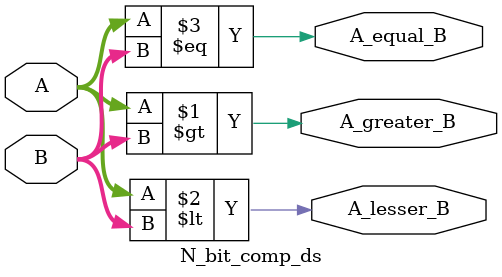
<source format=v>
module N_bit_comp_ds #(parameter SIZE = 8)(input [SIZE -1:0]A,B,
                      output A_greater_B,
                      output A_lesser_B,
                      output A_equal_B);
  
	assign A_greater_B = A > B;
  	assign A_lesser_B = A < B;
    assign A_equal_B = A == B;
  
endmodule
</source>
